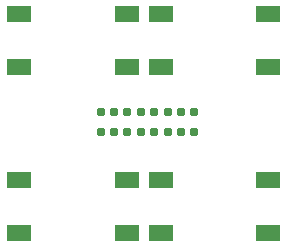
<source format=gbr>
%TF.GenerationSoftware,KiCad,Pcbnew,8.0.1*%
%TF.CreationDate,2024-07-01T16:18:05-04:00*%
%TF.ProjectId,btn,62746e2e-6b69-4636-9164-5f7063625858,rev?*%
%TF.SameCoordinates,Original*%
%TF.FileFunction,Paste,Top*%
%TF.FilePolarity,Positive*%
%FSLAX46Y46*%
G04 Gerber Fmt 4.6, Leading zero omitted, Abs format (unit mm)*
G04 Created by KiCad (PCBNEW 8.0.1) date 2024-07-01 16:18:05*
%MOMM*%
%LPD*%
G01*
G04 APERTURE LIST*
G04 Aperture macros list*
%AMRoundRect*
0 Rectangle with rounded corners*
0 $1 Rounding radius*
0 $2 $3 $4 $5 $6 $7 $8 $9 X,Y pos of 4 corners*
0 Add a 4 corners polygon primitive as box body*
4,1,4,$2,$3,$4,$5,$6,$7,$8,$9,$2,$3,0*
0 Add four circle primitives for the rounded corners*
1,1,$1+$1,$2,$3*
1,1,$1+$1,$4,$5*
1,1,$1+$1,$6,$7*
1,1,$1+$1,$8,$9*
0 Add four rect primitives between the rounded corners*
20,1,$1+$1,$2,$3,$4,$5,0*
20,1,$1+$1,$4,$5,$6,$7,0*
20,1,$1+$1,$6,$7,$8,$9,0*
20,1,$1+$1,$8,$9,$2,$3,0*%
G04 Aperture macros list end*
%ADD10RoundRect,0.155000X0.212500X0.155000X-0.212500X0.155000X-0.212500X-0.155000X0.212500X-0.155000X0*%
%ADD11R,2.100000X1.400000*%
%ADD12RoundRect,0.155000X-0.212500X-0.155000X0.212500X-0.155000X0.212500X0.155000X-0.212500X0.155000X0*%
%ADD13RoundRect,0.160000X0.197500X0.160000X-0.197500X0.160000X-0.197500X-0.160000X0.197500X-0.160000X0*%
%ADD14RoundRect,0.160000X-0.197500X-0.160000X0.197500X-0.160000X0.197500X0.160000X-0.197500X0.160000X0*%
G04 APERTURE END LIST*
D10*
%TO.C,C3*%
X136767500Y-83250000D03*
X135632500Y-83250000D03*
%TD*%
D11*
%TO.C,S2*%
X133950000Y-73250000D03*
X133950000Y-77750000D03*
X143050000Y-73250000D03*
X143050000Y-77750000D03*
%TD*%
%TO.C,S1*%
X121950000Y-73250000D03*
X121950000Y-77750000D03*
X131050000Y-73250000D03*
X131050000Y-77750000D03*
%TD*%
D12*
%TO.C,C1*%
X128832500Y-81500000D03*
X129967500Y-81500000D03*
%TD*%
D13*
%TO.C,R3*%
X134547500Y-83250000D03*
X133352500Y-83250000D03*
%TD*%
D14*
%TO.C,R1*%
X131050000Y-81500000D03*
X132245000Y-81500000D03*
%TD*%
D13*
%TO.C,R2*%
X134547500Y-81500000D03*
X133352500Y-81500000D03*
%TD*%
D12*
%TO.C,C4*%
X128832500Y-83250000D03*
X129967500Y-83250000D03*
%TD*%
D11*
%TO.C,S3*%
X133950000Y-87250000D03*
X133950000Y-91750000D03*
X143050000Y-87250000D03*
X143050000Y-91750000D03*
%TD*%
D14*
%TO.C,R4*%
X131050000Y-83250000D03*
X132245000Y-83250000D03*
%TD*%
D10*
%TO.C,C2*%
X136767500Y-81500000D03*
X135632500Y-81500000D03*
%TD*%
D11*
%TO.C,S4*%
X121950000Y-87250000D03*
X121950000Y-91750000D03*
X131050000Y-87250000D03*
X131050000Y-91750000D03*
%TD*%
M02*

</source>
